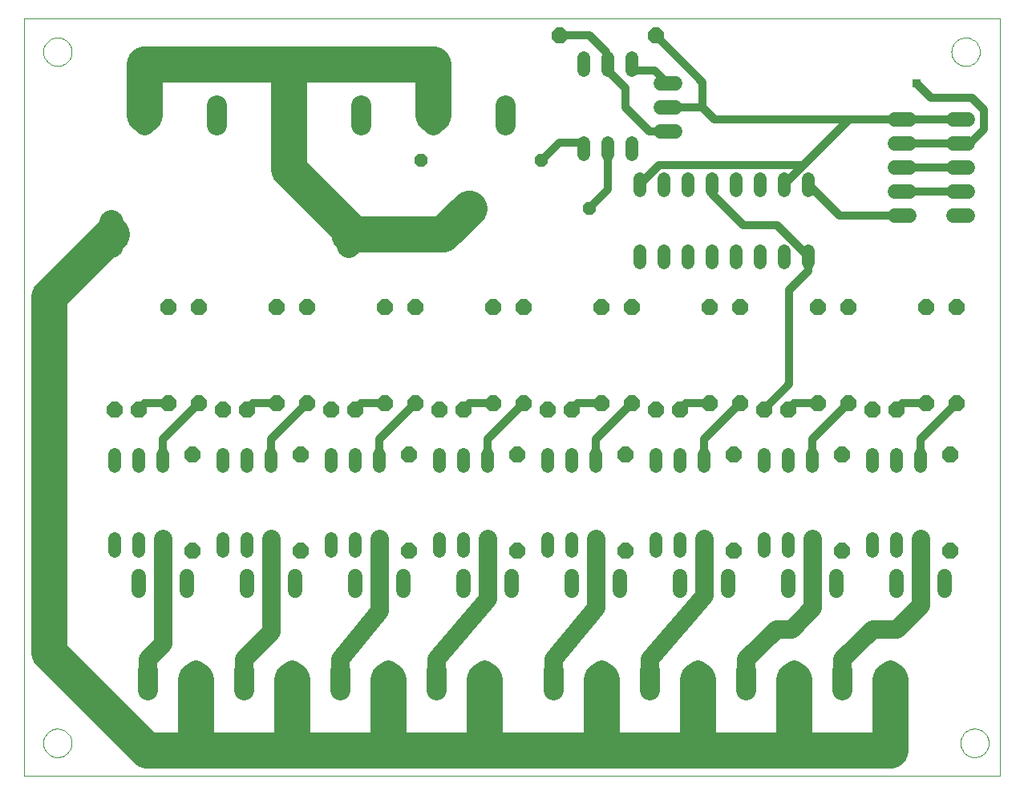
<source format=gbl>
G75*
%MOIN*%
%OFA0B0*%
%FSLAX24Y24*%
%IPPOS*%
%LPD*%
%AMOC8*
5,1,8,0,0,1.08239X$1,22.5*
%
%ADD10C,0.0000*%
%ADD11C,0.0600*%
%ADD12C,0.0520*%
%ADD13OC8,0.0660*%
%ADD14C,0.0825*%
%ADD15C,0.1000*%
%ADD16OC8,0.0560*%
%ADD17C,0.0320*%
%ADD18R,0.0356X0.0356*%
%ADD19C,0.0760*%
%ADD20C,0.1500*%
D10*
X000325Y000425D02*
X000325Y031921D01*
X040876Y031921D01*
X040876Y000425D01*
X000325Y000425D01*
X001109Y001800D02*
X001111Y001848D01*
X001117Y001896D01*
X001127Y001943D01*
X001140Y001989D01*
X001158Y002034D01*
X001178Y002078D01*
X001203Y002120D01*
X001231Y002159D01*
X001261Y002196D01*
X001295Y002230D01*
X001332Y002262D01*
X001370Y002291D01*
X001411Y002316D01*
X001454Y002338D01*
X001499Y002356D01*
X001545Y002370D01*
X001592Y002381D01*
X001640Y002388D01*
X001688Y002391D01*
X001736Y002390D01*
X001784Y002385D01*
X001832Y002376D01*
X001878Y002364D01*
X001923Y002347D01*
X001967Y002327D01*
X002009Y002304D01*
X002049Y002277D01*
X002087Y002247D01*
X002122Y002214D01*
X002154Y002178D01*
X002184Y002140D01*
X002210Y002099D01*
X002232Y002056D01*
X002252Y002012D01*
X002267Y001967D01*
X002279Y001920D01*
X002287Y001872D01*
X002291Y001824D01*
X002291Y001776D01*
X002287Y001728D01*
X002279Y001680D01*
X002267Y001633D01*
X002252Y001588D01*
X002232Y001544D01*
X002210Y001501D01*
X002184Y001460D01*
X002154Y001422D01*
X002122Y001386D01*
X002087Y001353D01*
X002049Y001323D01*
X002009Y001296D01*
X001967Y001273D01*
X001923Y001253D01*
X001878Y001236D01*
X001832Y001224D01*
X001784Y001215D01*
X001736Y001210D01*
X001688Y001209D01*
X001640Y001212D01*
X001592Y001219D01*
X001545Y001230D01*
X001499Y001244D01*
X001454Y001262D01*
X001411Y001284D01*
X001370Y001309D01*
X001332Y001338D01*
X001295Y001370D01*
X001261Y001404D01*
X001231Y001441D01*
X001203Y001480D01*
X001178Y001522D01*
X001158Y001566D01*
X001140Y001611D01*
X001127Y001657D01*
X001117Y001704D01*
X001111Y001752D01*
X001109Y001800D01*
X001109Y030550D02*
X001111Y030598D01*
X001117Y030646D01*
X001127Y030693D01*
X001140Y030739D01*
X001158Y030784D01*
X001178Y030828D01*
X001203Y030870D01*
X001231Y030909D01*
X001261Y030946D01*
X001295Y030980D01*
X001332Y031012D01*
X001370Y031041D01*
X001411Y031066D01*
X001454Y031088D01*
X001499Y031106D01*
X001545Y031120D01*
X001592Y031131D01*
X001640Y031138D01*
X001688Y031141D01*
X001736Y031140D01*
X001784Y031135D01*
X001832Y031126D01*
X001878Y031114D01*
X001923Y031097D01*
X001967Y031077D01*
X002009Y031054D01*
X002049Y031027D01*
X002087Y030997D01*
X002122Y030964D01*
X002154Y030928D01*
X002184Y030890D01*
X002210Y030849D01*
X002232Y030806D01*
X002252Y030762D01*
X002267Y030717D01*
X002279Y030670D01*
X002287Y030622D01*
X002291Y030574D01*
X002291Y030526D01*
X002287Y030478D01*
X002279Y030430D01*
X002267Y030383D01*
X002252Y030338D01*
X002232Y030294D01*
X002210Y030251D01*
X002184Y030210D01*
X002154Y030172D01*
X002122Y030136D01*
X002087Y030103D01*
X002049Y030073D01*
X002009Y030046D01*
X001967Y030023D01*
X001923Y030003D01*
X001878Y029986D01*
X001832Y029974D01*
X001784Y029965D01*
X001736Y029960D01*
X001688Y029959D01*
X001640Y029962D01*
X001592Y029969D01*
X001545Y029980D01*
X001499Y029994D01*
X001454Y030012D01*
X001411Y030034D01*
X001370Y030059D01*
X001332Y030088D01*
X001295Y030120D01*
X001261Y030154D01*
X001231Y030191D01*
X001203Y030230D01*
X001178Y030272D01*
X001158Y030316D01*
X001140Y030361D01*
X001127Y030407D01*
X001117Y030454D01*
X001111Y030502D01*
X001109Y030550D01*
X038859Y030550D02*
X038861Y030598D01*
X038867Y030646D01*
X038877Y030693D01*
X038890Y030739D01*
X038908Y030784D01*
X038928Y030828D01*
X038953Y030870D01*
X038981Y030909D01*
X039011Y030946D01*
X039045Y030980D01*
X039082Y031012D01*
X039120Y031041D01*
X039161Y031066D01*
X039204Y031088D01*
X039249Y031106D01*
X039295Y031120D01*
X039342Y031131D01*
X039390Y031138D01*
X039438Y031141D01*
X039486Y031140D01*
X039534Y031135D01*
X039582Y031126D01*
X039628Y031114D01*
X039673Y031097D01*
X039717Y031077D01*
X039759Y031054D01*
X039799Y031027D01*
X039837Y030997D01*
X039872Y030964D01*
X039904Y030928D01*
X039934Y030890D01*
X039960Y030849D01*
X039982Y030806D01*
X040002Y030762D01*
X040017Y030717D01*
X040029Y030670D01*
X040037Y030622D01*
X040041Y030574D01*
X040041Y030526D01*
X040037Y030478D01*
X040029Y030430D01*
X040017Y030383D01*
X040002Y030338D01*
X039982Y030294D01*
X039960Y030251D01*
X039934Y030210D01*
X039904Y030172D01*
X039872Y030136D01*
X039837Y030103D01*
X039799Y030073D01*
X039759Y030046D01*
X039717Y030023D01*
X039673Y030003D01*
X039628Y029986D01*
X039582Y029974D01*
X039534Y029965D01*
X039486Y029960D01*
X039438Y029959D01*
X039390Y029962D01*
X039342Y029969D01*
X039295Y029980D01*
X039249Y029994D01*
X039204Y030012D01*
X039161Y030034D01*
X039120Y030059D01*
X039082Y030088D01*
X039045Y030120D01*
X039011Y030154D01*
X038981Y030191D01*
X038953Y030230D01*
X038928Y030272D01*
X038908Y030316D01*
X038890Y030361D01*
X038877Y030407D01*
X038867Y030454D01*
X038861Y030502D01*
X038859Y030550D01*
X039234Y001800D02*
X039236Y001848D01*
X039242Y001896D01*
X039252Y001943D01*
X039265Y001989D01*
X039283Y002034D01*
X039303Y002078D01*
X039328Y002120D01*
X039356Y002159D01*
X039386Y002196D01*
X039420Y002230D01*
X039457Y002262D01*
X039495Y002291D01*
X039536Y002316D01*
X039579Y002338D01*
X039624Y002356D01*
X039670Y002370D01*
X039717Y002381D01*
X039765Y002388D01*
X039813Y002391D01*
X039861Y002390D01*
X039909Y002385D01*
X039957Y002376D01*
X040003Y002364D01*
X040048Y002347D01*
X040092Y002327D01*
X040134Y002304D01*
X040174Y002277D01*
X040212Y002247D01*
X040247Y002214D01*
X040279Y002178D01*
X040309Y002140D01*
X040335Y002099D01*
X040357Y002056D01*
X040377Y002012D01*
X040392Y001967D01*
X040404Y001920D01*
X040412Y001872D01*
X040416Y001824D01*
X040416Y001776D01*
X040412Y001728D01*
X040404Y001680D01*
X040392Y001633D01*
X040377Y001588D01*
X040357Y001544D01*
X040335Y001501D01*
X040309Y001460D01*
X040279Y001422D01*
X040247Y001386D01*
X040212Y001353D01*
X040174Y001323D01*
X040134Y001296D01*
X040092Y001273D01*
X040048Y001253D01*
X040003Y001236D01*
X039957Y001224D01*
X039909Y001215D01*
X039861Y001210D01*
X039813Y001209D01*
X039765Y001212D01*
X039717Y001219D01*
X039670Y001230D01*
X039624Y001244D01*
X039579Y001262D01*
X039536Y001284D01*
X039495Y001309D01*
X039457Y001338D01*
X039420Y001370D01*
X039386Y001404D01*
X039356Y001441D01*
X039328Y001480D01*
X039303Y001522D01*
X039283Y001566D01*
X039265Y001611D01*
X039252Y001657D01*
X039242Y001704D01*
X039236Y001752D01*
X039234Y001800D01*
D11*
X038575Y008125D02*
X038575Y008725D01*
X037575Y008725D02*
X037575Y008125D01*
X036575Y008125D02*
X036575Y008725D01*
X034075Y008725D02*
X034075Y008125D01*
X033075Y008125D02*
X033075Y008725D01*
X032075Y008725D02*
X032075Y008125D01*
X029575Y008125D02*
X029575Y008725D01*
X028575Y008725D02*
X028575Y008125D01*
X027575Y008125D02*
X027575Y008725D01*
X025075Y008725D02*
X025075Y008125D01*
X024075Y008125D02*
X024075Y008725D01*
X023075Y008725D02*
X023075Y008125D01*
X020575Y008125D02*
X020575Y008725D01*
X019575Y008725D02*
X019575Y008125D01*
X018575Y008125D02*
X018575Y008725D01*
X016075Y008725D02*
X016075Y008125D01*
X015075Y008125D02*
X015075Y008725D01*
X014075Y008725D02*
X014075Y008125D01*
X011575Y008125D02*
X011575Y008725D01*
X010575Y008725D02*
X010575Y008125D01*
X009575Y008125D02*
X009575Y008725D01*
X007075Y008725D02*
X007075Y008125D01*
X006075Y008125D02*
X006075Y008725D01*
X005075Y008725D02*
X005075Y008125D01*
X026775Y027225D02*
X027375Y027225D01*
X027375Y028225D02*
X026775Y028225D01*
X026775Y029225D02*
X027375Y029225D01*
X036525Y027725D02*
X037125Y027725D01*
X037125Y026725D02*
X036525Y026725D01*
X036525Y025725D02*
X037125Y025725D01*
X037125Y024725D02*
X036525Y024725D01*
X036525Y023725D02*
X037125Y023725D01*
X038945Y023734D02*
X039545Y023734D01*
X039545Y024734D02*
X038945Y024734D01*
X038945Y025734D02*
X039545Y025734D01*
X039545Y026734D02*
X038945Y026734D01*
X038945Y027734D02*
X039545Y027734D01*
D12*
X032925Y025285D02*
X032925Y024765D01*
X031925Y024765D02*
X031925Y025285D01*
X030925Y025285D02*
X030925Y024765D01*
X029925Y024765D02*
X029925Y025285D01*
X028925Y025285D02*
X028925Y024765D01*
X027925Y024765D02*
X027925Y025285D01*
X026925Y025285D02*
X026925Y024765D01*
X025925Y024765D02*
X025925Y025285D01*
X025575Y026255D02*
X025575Y026775D01*
X024575Y026775D02*
X024575Y026255D01*
X023575Y026255D02*
X023575Y026775D01*
X023575Y029775D02*
X023575Y030295D01*
X024575Y030295D02*
X024575Y029775D01*
X025575Y029775D02*
X025575Y030295D01*
X025925Y022285D02*
X025925Y021765D01*
X026925Y021765D02*
X026925Y022285D01*
X027925Y022285D02*
X027925Y021765D01*
X028925Y021765D02*
X028925Y022285D01*
X029925Y022285D02*
X029925Y021765D01*
X030925Y021765D02*
X030925Y022285D01*
X031925Y022285D02*
X031925Y021765D01*
X032925Y021765D02*
X032925Y022285D01*
X033075Y013820D02*
X033075Y013300D01*
X032075Y013300D02*
X032075Y013820D01*
X031075Y013820D02*
X031075Y013300D01*
X028575Y013300D02*
X028575Y013820D01*
X027575Y013820D02*
X027575Y013300D01*
X026575Y013300D02*
X026575Y013820D01*
X024075Y013820D02*
X024075Y013300D01*
X023075Y013300D02*
X023075Y013820D01*
X022075Y013820D02*
X022075Y013300D01*
X019575Y013300D02*
X019575Y013820D01*
X018575Y013820D02*
X018575Y013300D01*
X017575Y013300D02*
X017575Y013820D01*
X015075Y013820D02*
X015075Y013300D01*
X014075Y013300D02*
X014075Y013820D01*
X013075Y013820D02*
X013075Y013300D01*
X010575Y013300D02*
X010575Y013820D01*
X009575Y013820D02*
X009575Y013300D01*
X008575Y013300D02*
X008575Y013820D01*
X006075Y013820D02*
X006075Y013300D01*
X005075Y013300D02*
X005075Y013820D01*
X004075Y013820D02*
X004075Y013300D01*
X004075Y010300D02*
X004075Y009780D01*
X005075Y009780D02*
X005075Y010300D01*
X006075Y010300D02*
X006075Y009780D01*
X008575Y009780D02*
X008575Y010300D01*
X009575Y010300D02*
X009575Y009780D01*
X010575Y009780D02*
X010575Y010300D01*
X013075Y010300D02*
X013075Y009780D01*
X014075Y009780D02*
X014075Y010300D01*
X015075Y010300D02*
X015075Y009780D01*
X017575Y009780D02*
X017575Y010300D01*
X018575Y010300D02*
X018575Y009780D01*
X019575Y009780D02*
X019575Y010300D01*
X022075Y010300D02*
X022075Y009780D01*
X023075Y009780D02*
X023075Y010300D01*
X024075Y010300D02*
X024075Y009780D01*
X026575Y009780D02*
X026575Y010300D01*
X027575Y010300D02*
X027575Y009780D01*
X028575Y009780D02*
X028575Y010300D01*
X031075Y010300D02*
X031075Y009780D01*
X032075Y009780D02*
X032075Y010300D01*
X033075Y010300D02*
X033075Y009780D01*
X035575Y009780D02*
X035575Y010300D01*
X036575Y010300D02*
X036575Y009780D01*
X037575Y009780D02*
X037575Y010300D01*
X037575Y013300D02*
X037575Y013820D01*
X036575Y013820D02*
X036575Y013300D01*
X035575Y013300D02*
X035575Y013820D01*
D13*
X034325Y013800D03*
X035575Y015675D03*
X034575Y015925D03*
X033325Y015925D03*
X032075Y015675D03*
X031075Y015675D03*
X030075Y015925D03*
X028825Y015925D03*
X027575Y015675D03*
X026575Y015675D03*
X025575Y015925D03*
X024325Y015925D03*
X023075Y015675D03*
X022075Y015675D03*
X021075Y015925D03*
X019825Y015925D03*
X018575Y015675D03*
X017575Y015675D03*
X016575Y015925D03*
X015325Y015925D03*
X014075Y015675D03*
X013075Y015675D03*
X012075Y015925D03*
X010825Y015925D03*
X009575Y015675D03*
X008575Y015675D03*
X007575Y015925D03*
X006325Y015925D03*
X005075Y015675D03*
X004075Y015675D03*
X007325Y013800D03*
X011825Y013800D03*
X016325Y013800D03*
X020825Y013800D03*
X025325Y013800D03*
X029825Y013800D03*
X029825Y009800D03*
X025325Y009800D03*
X020825Y009800D03*
X016325Y009800D03*
X011825Y009800D03*
X007325Y009800D03*
X007575Y019925D03*
X006325Y019925D03*
X010825Y019925D03*
X012075Y019925D03*
X015325Y019925D03*
X016575Y019925D03*
X019825Y019925D03*
X021075Y019925D03*
X024325Y019925D03*
X025575Y019925D03*
X028825Y019925D03*
X030075Y019925D03*
X033325Y019925D03*
X034575Y019925D03*
X037825Y019925D03*
X039075Y019925D03*
X039075Y015925D03*
X037825Y015925D03*
X036575Y015675D03*
X038825Y013800D03*
X038825Y009800D03*
X034325Y009800D03*
X026575Y031225D03*
X022575Y031225D03*
D14*
X020325Y028338D02*
X020325Y027513D01*
X017325Y027513D02*
X017325Y028338D01*
X014325Y028338D02*
X014325Y027513D01*
X011325Y027513D02*
X011325Y028338D01*
X008325Y028338D02*
X008325Y027513D01*
X005325Y027513D02*
X005325Y028338D01*
X005450Y004838D02*
X005450Y004013D01*
X007450Y004013D02*
X007450Y004838D01*
X009450Y004838D02*
X009450Y004013D01*
X011450Y004013D02*
X011450Y004838D01*
X013450Y004838D02*
X013450Y004013D01*
X015450Y004013D02*
X015450Y004838D01*
X017450Y004838D02*
X017450Y004013D01*
X019450Y004013D02*
X019450Y004838D01*
X022325Y004838D02*
X022325Y004013D01*
X024325Y004013D02*
X024325Y004838D01*
X026325Y004838D02*
X026325Y004013D01*
X028325Y004013D02*
X028325Y004838D01*
X030325Y004838D02*
X030325Y004013D01*
X032325Y004013D02*
X032325Y004838D01*
X034325Y004838D02*
X034325Y004013D01*
X036325Y004013D02*
X036325Y004838D01*
D15*
X013805Y022475D02*
X013805Y023475D01*
X003945Y023475D02*
X003945Y022475D01*
D16*
X016825Y026025D03*
X018800Y024050D03*
X021825Y026025D03*
X023800Y024050D03*
D17*
X024575Y024825D01*
X024575Y026775D01*
X023575Y026775D02*
X022575Y026775D01*
X021825Y026025D01*
X025325Y028225D02*
X026325Y027225D01*
X027075Y027225D01*
X027075Y028225D02*
X028525Y028225D01*
X028525Y029275D01*
X026575Y031225D01*
X026525Y029775D02*
X025575Y029775D01*
X025325Y029025D02*
X025325Y028225D01*
X025325Y029025D02*
X024575Y029775D01*
X024525Y029825D01*
X024525Y030525D01*
X023825Y031225D01*
X022575Y031225D01*
X026525Y029775D02*
X027075Y029225D01*
X028525Y028225D02*
X029025Y027725D01*
X034625Y027725D01*
X032725Y025825D01*
X026725Y025825D01*
X025925Y025025D01*
X028925Y025025D02*
X028925Y024625D01*
X030225Y023325D01*
X031625Y023325D01*
X032925Y022025D01*
X032925Y021425D01*
X032125Y020625D01*
X032125Y016725D01*
X031075Y015675D01*
X030075Y015925D02*
X028575Y014425D01*
X028575Y013300D01*
X027575Y015675D02*
X027825Y015925D01*
X028825Y015925D01*
X025575Y015925D02*
X024075Y014425D01*
X024075Y013300D01*
X023075Y015675D02*
X023325Y015925D01*
X024325Y015925D01*
X021075Y015925D02*
X019575Y014425D01*
X019575Y013300D01*
X018575Y015675D02*
X018825Y015925D01*
X019825Y015925D01*
X016575Y015925D02*
X015075Y014425D01*
X015075Y013300D01*
X014075Y015675D02*
X014325Y015925D01*
X015325Y015925D01*
X012075Y015925D02*
X010575Y014425D01*
X010575Y013300D01*
X009575Y015675D02*
X009825Y015925D01*
X010825Y015925D01*
X007575Y015925D02*
X006075Y014425D01*
X006075Y013300D01*
X005075Y015675D02*
X005325Y015925D01*
X006325Y015925D01*
X031925Y025025D02*
X032725Y025825D01*
X032925Y025025D02*
X034225Y023725D01*
X036825Y023725D01*
X036825Y024725D02*
X039236Y024725D01*
X039245Y024734D01*
X039236Y025725D02*
X036825Y025725D01*
X036825Y026725D02*
X039236Y026725D01*
X039245Y026734D01*
X039634Y026734D01*
X040225Y027325D01*
X040225Y028125D01*
X039725Y028625D01*
X038025Y028625D01*
X037425Y029225D01*
X036825Y027725D02*
X034625Y027725D01*
X036825Y027725D02*
X039236Y027725D01*
X039245Y027734D01*
X039245Y025734D02*
X039236Y025725D01*
X039075Y015925D02*
X037575Y014425D01*
X037575Y013300D01*
X036575Y015675D02*
X036825Y015925D01*
X037825Y015925D01*
X034575Y015925D02*
X033075Y014425D01*
X033075Y013300D01*
X032075Y015675D02*
X032325Y015925D01*
X033325Y015925D01*
D18*
X037425Y029225D03*
D19*
X037575Y010300D02*
X037575Y008425D01*
X037575Y007550D01*
X036575Y006550D01*
X035575Y006550D01*
X034325Y005300D01*
X034325Y004425D01*
X032200Y006550D02*
X031575Y006550D01*
X030325Y005300D01*
X030325Y004425D01*
X032200Y006550D02*
X033075Y007425D01*
X033075Y007800D01*
X033075Y008225D01*
X033075Y008425D01*
X033075Y010300D01*
X028575Y010300D02*
X028575Y008425D01*
X028575Y007925D01*
X026325Y005300D01*
X026325Y004425D01*
X024075Y007425D02*
X024075Y008425D01*
X024075Y010300D01*
X024075Y007425D02*
X022325Y005300D01*
X022325Y004425D01*
X019575Y007800D02*
X019575Y008425D01*
X019575Y010300D01*
X019575Y007800D02*
X017450Y005300D01*
X017450Y004425D01*
X015075Y007300D02*
X015075Y008425D01*
X015075Y010300D01*
X015075Y007300D02*
X013450Y005300D01*
X013450Y004425D01*
X010575Y006425D02*
X010575Y008425D01*
X010575Y010300D01*
X006075Y010300D02*
X006075Y008425D01*
X006075Y005925D01*
X005450Y005300D01*
X005450Y004425D01*
X009450Y004425D02*
X009450Y005300D01*
X010575Y006425D01*
X037575Y007925D02*
X037575Y008425D01*
D20*
X036325Y004425D02*
X036325Y001495D01*
X032325Y001495D01*
X032325Y004425D01*
X032325Y001495D02*
X028325Y001495D01*
X028325Y004425D01*
X028325Y001495D02*
X024325Y001495D01*
X024325Y004425D01*
X024325Y001495D02*
X019450Y001495D01*
X019450Y004425D01*
X019450Y001495D02*
X015450Y001495D01*
X015450Y004425D01*
X015450Y001495D02*
X011450Y001495D01*
X011450Y004425D01*
X011450Y001495D02*
X007450Y001495D01*
X007450Y004425D01*
X007450Y001495D02*
X005407Y001495D01*
X001339Y005563D01*
X001339Y020369D01*
X003945Y022975D01*
X005325Y027925D02*
X005325Y030025D01*
X011325Y030025D01*
X017325Y030025D01*
X017325Y027925D01*
X018800Y024050D02*
X017725Y022975D01*
X014025Y022975D01*
X011325Y025675D01*
X011325Y027925D01*
X011325Y030025D01*
X013805Y022975D02*
X014025Y022975D01*
M02*

</source>
